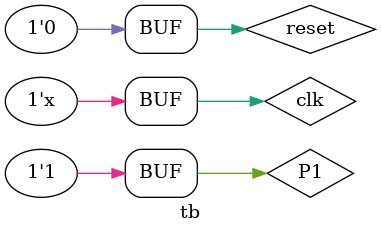
<source format=v>
`timescale 1ns / 1ps


module tb();

    reg clk, P1, reset;
    
    wire out;

    
    always begin
    #5 clk = ~clk;
    end
    
     seq_detector dut(P1, clk, reset, out );
   
    initial begin
    clk = 0;
    P1 = 0;
    reset = 1;
    
    #15 reset = 0;
    
    #10 P1 = 1;
    #10 P1 = 1;
    #10 P1 = 0;
    #10 P1 = 0;
    
    #20 reset = 1;
    #10 reset = 0;
    
    #10 P1 = 1;
    #10 P1 = 1;
    #10 P1 = 1;
    #10 P1 = 0;
    
    #10 P1 = 1;
    #10 P1 = 0;
    #10 P1 = 1;
    #10 P1 = 0;
    
    #10 reset = 1;
    #10 reset = 0;
    
    #10 P1 = 1;
    #10 P1 = 1;
    #10 P1 = 0;
    #10 P1 = 0;
    #10 P1 = 1;
    end
    
endmodule

</source>
